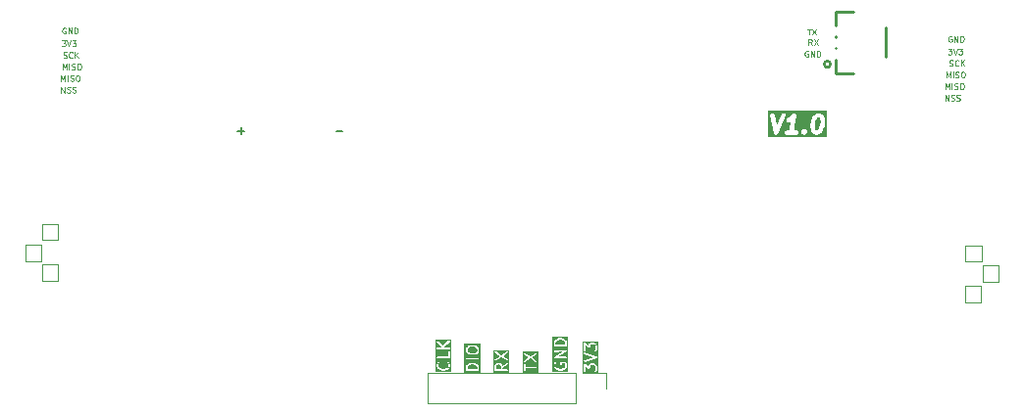
<source format=gbr>
%TF.GenerationSoftware,KiCad,Pcbnew,8.0.2*%
%TF.CreationDate,2024-05-01T20:18:58+08:00*%
%TF.ProjectId,bldcDriver,626c6463-4472-4697-9665-722e6b696361,rev?*%
%TF.SameCoordinates,Original*%
%TF.FileFunction,Legend,Top*%
%TF.FilePolarity,Positive*%
%FSLAX46Y46*%
G04 Gerber Fmt 4.6, Leading zero omitted, Abs format (unit mm)*
G04 Created by KiCad (PCBNEW 8.0.2) date 2024-05-01 20:18:58*
%MOMM*%
%LPD*%
G01*
G04 APERTURE LIST*
%ADD10C,0.100000*%
%ADD11C,0.375000*%
%ADD12C,0.150000*%
%ADD13C,0.187500*%
%ADD14C,0.120000*%
%ADD15C,0.254000*%
G04 APERTURE END LIST*
D10*
X38337217Y-40533609D02*
X38646741Y-40533609D01*
X38646741Y-40533609D02*
X38480074Y-40724085D01*
X38480074Y-40724085D02*
X38551503Y-40724085D01*
X38551503Y-40724085D02*
X38599122Y-40747895D01*
X38599122Y-40747895D02*
X38622931Y-40771704D01*
X38622931Y-40771704D02*
X38646741Y-40819323D01*
X38646741Y-40819323D02*
X38646741Y-40938371D01*
X38646741Y-40938371D02*
X38622931Y-40985990D01*
X38622931Y-40985990D02*
X38599122Y-41009800D01*
X38599122Y-41009800D02*
X38551503Y-41033609D01*
X38551503Y-41033609D02*
X38408646Y-41033609D01*
X38408646Y-41033609D02*
X38361027Y-41009800D01*
X38361027Y-41009800D02*
X38337217Y-40985990D01*
X38789598Y-40533609D02*
X38956264Y-41033609D01*
X38956264Y-41033609D02*
X39122931Y-40533609D01*
X39241978Y-40533609D02*
X39551502Y-40533609D01*
X39551502Y-40533609D02*
X39384835Y-40724085D01*
X39384835Y-40724085D02*
X39456264Y-40724085D01*
X39456264Y-40724085D02*
X39503883Y-40747895D01*
X39503883Y-40747895D02*
X39527692Y-40771704D01*
X39527692Y-40771704D02*
X39551502Y-40819323D01*
X39551502Y-40819323D02*
X39551502Y-40938371D01*
X39551502Y-40938371D02*
X39527692Y-40985990D01*
X39527692Y-40985990D02*
X39503883Y-41009800D01*
X39503883Y-41009800D02*
X39456264Y-41033609D01*
X39456264Y-41033609D02*
X39313407Y-41033609D01*
X39313407Y-41033609D02*
X39265788Y-41009800D01*
X39265788Y-41009800D02*
X39241978Y-40985990D01*
X38461027Y-42009800D02*
X38532455Y-42033609D01*
X38532455Y-42033609D02*
X38651503Y-42033609D01*
X38651503Y-42033609D02*
X38699122Y-42009800D01*
X38699122Y-42009800D02*
X38722931Y-41985990D01*
X38722931Y-41985990D02*
X38746741Y-41938371D01*
X38746741Y-41938371D02*
X38746741Y-41890752D01*
X38746741Y-41890752D02*
X38722931Y-41843133D01*
X38722931Y-41843133D02*
X38699122Y-41819323D01*
X38699122Y-41819323D02*
X38651503Y-41795514D01*
X38651503Y-41795514D02*
X38556265Y-41771704D01*
X38556265Y-41771704D02*
X38508646Y-41747895D01*
X38508646Y-41747895D02*
X38484836Y-41724085D01*
X38484836Y-41724085D02*
X38461027Y-41676466D01*
X38461027Y-41676466D02*
X38461027Y-41628847D01*
X38461027Y-41628847D02*
X38484836Y-41581228D01*
X38484836Y-41581228D02*
X38508646Y-41557419D01*
X38508646Y-41557419D02*
X38556265Y-41533609D01*
X38556265Y-41533609D02*
X38675312Y-41533609D01*
X38675312Y-41533609D02*
X38746741Y-41557419D01*
X39246740Y-41985990D02*
X39222931Y-42009800D01*
X39222931Y-42009800D02*
X39151502Y-42033609D01*
X39151502Y-42033609D02*
X39103883Y-42033609D01*
X39103883Y-42033609D02*
X39032455Y-42009800D01*
X39032455Y-42009800D02*
X38984836Y-41962180D01*
X38984836Y-41962180D02*
X38961026Y-41914561D01*
X38961026Y-41914561D02*
X38937217Y-41819323D01*
X38937217Y-41819323D02*
X38937217Y-41747895D01*
X38937217Y-41747895D02*
X38961026Y-41652657D01*
X38961026Y-41652657D02*
X38984836Y-41605038D01*
X38984836Y-41605038D02*
X39032455Y-41557419D01*
X39032455Y-41557419D02*
X39103883Y-41533609D01*
X39103883Y-41533609D02*
X39151502Y-41533609D01*
X39151502Y-41533609D02*
X39222931Y-41557419D01*
X39222931Y-41557419D02*
X39246740Y-41581228D01*
X39461026Y-42033609D02*
X39461026Y-41533609D01*
X39746740Y-42033609D02*
X39532455Y-41747895D01*
X39746740Y-41533609D02*
X39461026Y-41819323D01*
X38284836Y-45033609D02*
X38284836Y-44533609D01*
X38284836Y-44533609D02*
X38570550Y-45033609D01*
X38570550Y-45033609D02*
X38570550Y-44533609D01*
X38784837Y-45009800D02*
X38856265Y-45033609D01*
X38856265Y-45033609D02*
X38975313Y-45033609D01*
X38975313Y-45033609D02*
X39022932Y-45009800D01*
X39022932Y-45009800D02*
X39046741Y-44985990D01*
X39046741Y-44985990D02*
X39070551Y-44938371D01*
X39070551Y-44938371D02*
X39070551Y-44890752D01*
X39070551Y-44890752D02*
X39046741Y-44843133D01*
X39046741Y-44843133D02*
X39022932Y-44819323D01*
X39022932Y-44819323D02*
X38975313Y-44795514D01*
X38975313Y-44795514D02*
X38880075Y-44771704D01*
X38880075Y-44771704D02*
X38832456Y-44747895D01*
X38832456Y-44747895D02*
X38808646Y-44724085D01*
X38808646Y-44724085D02*
X38784837Y-44676466D01*
X38784837Y-44676466D02*
X38784837Y-44628847D01*
X38784837Y-44628847D02*
X38808646Y-44581228D01*
X38808646Y-44581228D02*
X38832456Y-44557419D01*
X38832456Y-44557419D02*
X38880075Y-44533609D01*
X38880075Y-44533609D02*
X38999122Y-44533609D01*
X38999122Y-44533609D02*
X39070551Y-44557419D01*
X39261027Y-45009800D02*
X39332455Y-45033609D01*
X39332455Y-45033609D02*
X39451503Y-45033609D01*
X39451503Y-45033609D02*
X39499122Y-45009800D01*
X39499122Y-45009800D02*
X39522931Y-44985990D01*
X39522931Y-44985990D02*
X39546741Y-44938371D01*
X39546741Y-44938371D02*
X39546741Y-44890752D01*
X39546741Y-44890752D02*
X39522931Y-44843133D01*
X39522931Y-44843133D02*
X39499122Y-44819323D01*
X39499122Y-44819323D02*
X39451503Y-44795514D01*
X39451503Y-44795514D02*
X39356265Y-44771704D01*
X39356265Y-44771704D02*
X39308646Y-44747895D01*
X39308646Y-44747895D02*
X39284836Y-44724085D01*
X39284836Y-44724085D02*
X39261027Y-44676466D01*
X39261027Y-44676466D02*
X39261027Y-44628847D01*
X39261027Y-44628847D02*
X39284836Y-44581228D01*
X39284836Y-44581228D02*
X39308646Y-44557419D01*
X39308646Y-44557419D02*
X39356265Y-44533609D01*
X39356265Y-44533609D02*
X39475312Y-44533609D01*
X39475312Y-44533609D02*
X39546741Y-44557419D01*
X38284836Y-44033609D02*
X38284836Y-43533609D01*
X38284836Y-43533609D02*
X38451503Y-43890752D01*
X38451503Y-43890752D02*
X38618169Y-43533609D01*
X38618169Y-43533609D02*
X38618169Y-44033609D01*
X38856265Y-44033609D02*
X38856265Y-43533609D01*
X39070551Y-44009800D02*
X39141979Y-44033609D01*
X39141979Y-44033609D02*
X39261027Y-44033609D01*
X39261027Y-44033609D02*
X39308646Y-44009800D01*
X39308646Y-44009800D02*
X39332455Y-43985990D01*
X39332455Y-43985990D02*
X39356265Y-43938371D01*
X39356265Y-43938371D02*
X39356265Y-43890752D01*
X39356265Y-43890752D02*
X39332455Y-43843133D01*
X39332455Y-43843133D02*
X39308646Y-43819323D01*
X39308646Y-43819323D02*
X39261027Y-43795514D01*
X39261027Y-43795514D02*
X39165789Y-43771704D01*
X39165789Y-43771704D02*
X39118170Y-43747895D01*
X39118170Y-43747895D02*
X39094360Y-43724085D01*
X39094360Y-43724085D02*
X39070551Y-43676466D01*
X39070551Y-43676466D02*
X39070551Y-43628847D01*
X39070551Y-43628847D02*
X39094360Y-43581228D01*
X39094360Y-43581228D02*
X39118170Y-43557419D01*
X39118170Y-43557419D02*
X39165789Y-43533609D01*
X39165789Y-43533609D02*
X39284836Y-43533609D01*
X39284836Y-43533609D02*
X39356265Y-43557419D01*
X39665788Y-43533609D02*
X39761026Y-43533609D01*
X39761026Y-43533609D02*
X39808645Y-43557419D01*
X39808645Y-43557419D02*
X39856264Y-43605038D01*
X39856264Y-43605038D02*
X39880074Y-43700276D01*
X39880074Y-43700276D02*
X39880074Y-43866942D01*
X39880074Y-43866942D02*
X39856264Y-43962180D01*
X39856264Y-43962180D02*
X39808645Y-44009800D01*
X39808645Y-44009800D02*
X39761026Y-44033609D01*
X39761026Y-44033609D02*
X39665788Y-44033609D01*
X39665788Y-44033609D02*
X39618169Y-44009800D01*
X39618169Y-44009800D02*
X39570550Y-43962180D01*
X39570550Y-43962180D02*
X39546741Y-43866942D01*
X39546741Y-43866942D02*
X39546741Y-43700276D01*
X39546741Y-43700276D02*
X39570550Y-43605038D01*
X39570550Y-43605038D02*
X39618169Y-43557419D01*
X39618169Y-43557419D02*
X39665788Y-43533609D01*
X38384836Y-43033609D02*
X38384836Y-42533609D01*
X38384836Y-42533609D02*
X38551503Y-42890752D01*
X38551503Y-42890752D02*
X38718169Y-42533609D01*
X38718169Y-42533609D02*
X38718169Y-43033609D01*
X38956265Y-43033609D02*
X38956265Y-42533609D01*
X39170551Y-43009800D02*
X39241979Y-43033609D01*
X39241979Y-43033609D02*
X39361027Y-43033609D01*
X39361027Y-43033609D02*
X39408646Y-43009800D01*
X39408646Y-43009800D02*
X39432455Y-42985990D01*
X39432455Y-42985990D02*
X39456265Y-42938371D01*
X39456265Y-42938371D02*
X39456265Y-42890752D01*
X39456265Y-42890752D02*
X39432455Y-42843133D01*
X39432455Y-42843133D02*
X39408646Y-42819323D01*
X39408646Y-42819323D02*
X39361027Y-42795514D01*
X39361027Y-42795514D02*
X39265789Y-42771704D01*
X39265789Y-42771704D02*
X39218170Y-42747895D01*
X39218170Y-42747895D02*
X39194360Y-42724085D01*
X39194360Y-42724085D02*
X39170551Y-42676466D01*
X39170551Y-42676466D02*
X39170551Y-42628847D01*
X39170551Y-42628847D02*
X39194360Y-42581228D01*
X39194360Y-42581228D02*
X39218170Y-42557419D01*
X39218170Y-42557419D02*
X39265789Y-42533609D01*
X39265789Y-42533609D02*
X39384836Y-42533609D01*
X39384836Y-42533609D02*
X39456265Y-42557419D01*
X39765788Y-42533609D02*
X39861026Y-42533609D01*
X39861026Y-42533609D02*
X39908645Y-42557419D01*
X39908645Y-42557419D02*
X39956264Y-42605038D01*
X39956264Y-42605038D02*
X39980074Y-42700276D01*
X39980074Y-42700276D02*
X39980074Y-42866942D01*
X39980074Y-42866942D02*
X39956264Y-42962180D01*
X39956264Y-42962180D02*
X39908645Y-43009800D01*
X39908645Y-43009800D02*
X39861026Y-43033609D01*
X39861026Y-43033609D02*
X39765788Y-43033609D01*
X39765788Y-43033609D02*
X39718169Y-43009800D01*
X39718169Y-43009800D02*
X39670550Y-42962180D01*
X39670550Y-42962180D02*
X39646741Y-42866942D01*
X39646741Y-42866942D02*
X39646741Y-42700276D01*
X39646741Y-42700276D02*
X39670550Y-42605038D01*
X39670550Y-42605038D02*
X39718169Y-42557419D01*
X39718169Y-42557419D02*
X39765788Y-42533609D01*
X38646741Y-39457419D02*
X38599122Y-39433609D01*
X38599122Y-39433609D02*
X38527693Y-39433609D01*
X38527693Y-39433609D02*
X38456265Y-39457419D01*
X38456265Y-39457419D02*
X38408646Y-39505038D01*
X38408646Y-39505038D02*
X38384836Y-39552657D01*
X38384836Y-39552657D02*
X38361027Y-39647895D01*
X38361027Y-39647895D02*
X38361027Y-39719323D01*
X38361027Y-39719323D02*
X38384836Y-39814561D01*
X38384836Y-39814561D02*
X38408646Y-39862180D01*
X38408646Y-39862180D02*
X38456265Y-39909800D01*
X38456265Y-39909800D02*
X38527693Y-39933609D01*
X38527693Y-39933609D02*
X38575312Y-39933609D01*
X38575312Y-39933609D02*
X38646741Y-39909800D01*
X38646741Y-39909800D02*
X38670550Y-39885990D01*
X38670550Y-39885990D02*
X38670550Y-39719323D01*
X38670550Y-39719323D02*
X38575312Y-39719323D01*
X38884836Y-39933609D02*
X38884836Y-39433609D01*
X38884836Y-39433609D02*
X39170550Y-39933609D01*
X39170550Y-39933609D02*
X39170550Y-39433609D01*
X39408646Y-39933609D02*
X39408646Y-39433609D01*
X39408646Y-39433609D02*
X39527694Y-39433609D01*
X39527694Y-39433609D02*
X39599122Y-39457419D01*
X39599122Y-39457419D02*
X39646741Y-39505038D01*
X39646741Y-39505038D02*
X39670551Y-39552657D01*
X39670551Y-39552657D02*
X39694360Y-39647895D01*
X39694360Y-39647895D02*
X39694360Y-39719323D01*
X39694360Y-39719323D02*
X39670551Y-39814561D01*
X39670551Y-39814561D02*
X39646741Y-39862180D01*
X39646741Y-39862180D02*
X39599122Y-39909800D01*
X39599122Y-39909800D02*
X39527694Y-39933609D01*
X39527694Y-39933609D02*
X39408646Y-39933609D01*
X114584836Y-45733609D02*
X114584836Y-45233609D01*
X114584836Y-45233609D02*
X114870550Y-45733609D01*
X114870550Y-45733609D02*
X114870550Y-45233609D01*
X115084837Y-45709800D02*
X115156265Y-45733609D01*
X115156265Y-45733609D02*
X115275313Y-45733609D01*
X115275313Y-45733609D02*
X115322932Y-45709800D01*
X115322932Y-45709800D02*
X115346741Y-45685990D01*
X115346741Y-45685990D02*
X115370551Y-45638371D01*
X115370551Y-45638371D02*
X115370551Y-45590752D01*
X115370551Y-45590752D02*
X115346741Y-45543133D01*
X115346741Y-45543133D02*
X115322932Y-45519323D01*
X115322932Y-45519323D02*
X115275313Y-45495514D01*
X115275313Y-45495514D02*
X115180075Y-45471704D01*
X115180075Y-45471704D02*
X115132456Y-45447895D01*
X115132456Y-45447895D02*
X115108646Y-45424085D01*
X115108646Y-45424085D02*
X115084837Y-45376466D01*
X115084837Y-45376466D02*
X115084837Y-45328847D01*
X115084837Y-45328847D02*
X115108646Y-45281228D01*
X115108646Y-45281228D02*
X115132456Y-45257419D01*
X115132456Y-45257419D02*
X115180075Y-45233609D01*
X115180075Y-45233609D02*
X115299122Y-45233609D01*
X115299122Y-45233609D02*
X115370551Y-45257419D01*
X115561027Y-45709800D02*
X115632455Y-45733609D01*
X115632455Y-45733609D02*
X115751503Y-45733609D01*
X115751503Y-45733609D02*
X115799122Y-45709800D01*
X115799122Y-45709800D02*
X115822931Y-45685990D01*
X115822931Y-45685990D02*
X115846741Y-45638371D01*
X115846741Y-45638371D02*
X115846741Y-45590752D01*
X115846741Y-45590752D02*
X115822931Y-45543133D01*
X115822931Y-45543133D02*
X115799122Y-45519323D01*
X115799122Y-45519323D02*
X115751503Y-45495514D01*
X115751503Y-45495514D02*
X115656265Y-45471704D01*
X115656265Y-45471704D02*
X115608646Y-45447895D01*
X115608646Y-45447895D02*
X115584836Y-45424085D01*
X115584836Y-45424085D02*
X115561027Y-45376466D01*
X115561027Y-45376466D02*
X115561027Y-45328847D01*
X115561027Y-45328847D02*
X115584836Y-45281228D01*
X115584836Y-45281228D02*
X115608646Y-45257419D01*
X115608646Y-45257419D02*
X115656265Y-45233609D01*
X115656265Y-45233609D02*
X115775312Y-45233609D01*
X115775312Y-45233609D02*
X115846741Y-45257419D01*
X114584836Y-44733609D02*
X114584836Y-44233609D01*
X114584836Y-44233609D02*
X114751503Y-44590752D01*
X114751503Y-44590752D02*
X114918169Y-44233609D01*
X114918169Y-44233609D02*
X114918169Y-44733609D01*
X115156265Y-44733609D02*
X115156265Y-44233609D01*
X115370551Y-44709800D02*
X115441979Y-44733609D01*
X115441979Y-44733609D02*
X115561027Y-44733609D01*
X115561027Y-44733609D02*
X115608646Y-44709800D01*
X115608646Y-44709800D02*
X115632455Y-44685990D01*
X115632455Y-44685990D02*
X115656265Y-44638371D01*
X115656265Y-44638371D02*
X115656265Y-44590752D01*
X115656265Y-44590752D02*
X115632455Y-44543133D01*
X115632455Y-44543133D02*
X115608646Y-44519323D01*
X115608646Y-44519323D02*
X115561027Y-44495514D01*
X115561027Y-44495514D02*
X115465789Y-44471704D01*
X115465789Y-44471704D02*
X115418170Y-44447895D01*
X115418170Y-44447895D02*
X115394360Y-44424085D01*
X115394360Y-44424085D02*
X115370551Y-44376466D01*
X115370551Y-44376466D02*
X115370551Y-44328847D01*
X115370551Y-44328847D02*
X115394360Y-44281228D01*
X115394360Y-44281228D02*
X115418170Y-44257419D01*
X115418170Y-44257419D02*
X115465789Y-44233609D01*
X115465789Y-44233609D02*
X115584836Y-44233609D01*
X115584836Y-44233609D02*
X115656265Y-44257419D01*
X115965788Y-44233609D02*
X116061026Y-44233609D01*
X116061026Y-44233609D02*
X116108645Y-44257419D01*
X116108645Y-44257419D02*
X116156264Y-44305038D01*
X116156264Y-44305038D02*
X116180074Y-44400276D01*
X116180074Y-44400276D02*
X116180074Y-44566942D01*
X116180074Y-44566942D02*
X116156264Y-44662180D01*
X116156264Y-44662180D02*
X116108645Y-44709800D01*
X116108645Y-44709800D02*
X116061026Y-44733609D01*
X116061026Y-44733609D02*
X115965788Y-44733609D01*
X115965788Y-44733609D02*
X115918169Y-44709800D01*
X115918169Y-44709800D02*
X115870550Y-44662180D01*
X115870550Y-44662180D02*
X115846741Y-44566942D01*
X115846741Y-44566942D02*
X115846741Y-44400276D01*
X115846741Y-44400276D02*
X115870550Y-44305038D01*
X115870550Y-44305038D02*
X115918169Y-44257419D01*
X115918169Y-44257419D02*
X115965788Y-44233609D01*
X114684836Y-43733609D02*
X114684836Y-43233609D01*
X114684836Y-43233609D02*
X114851503Y-43590752D01*
X114851503Y-43590752D02*
X115018169Y-43233609D01*
X115018169Y-43233609D02*
X115018169Y-43733609D01*
X115256265Y-43733609D02*
X115256265Y-43233609D01*
X115470551Y-43709800D02*
X115541979Y-43733609D01*
X115541979Y-43733609D02*
X115661027Y-43733609D01*
X115661027Y-43733609D02*
X115708646Y-43709800D01*
X115708646Y-43709800D02*
X115732455Y-43685990D01*
X115732455Y-43685990D02*
X115756265Y-43638371D01*
X115756265Y-43638371D02*
X115756265Y-43590752D01*
X115756265Y-43590752D02*
X115732455Y-43543133D01*
X115732455Y-43543133D02*
X115708646Y-43519323D01*
X115708646Y-43519323D02*
X115661027Y-43495514D01*
X115661027Y-43495514D02*
X115565789Y-43471704D01*
X115565789Y-43471704D02*
X115518170Y-43447895D01*
X115518170Y-43447895D02*
X115494360Y-43424085D01*
X115494360Y-43424085D02*
X115470551Y-43376466D01*
X115470551Y-43376466D02*
X115470551Y-43328847D01*
X115470551Y-43328847D02*
X115494360Y-43281228D01*
X115494360Y-43281228D02*
X115518170Y-43257419D01*
X115518170Y-43257419D02*
X115565789Y-43233609D01*
X115565789Y-43233609D02*
X115684836Y-43233609D01*
X115684836Y-43233609D02*
X115756265Y-43257419D01*
X116065788Y-43233609D02*
X116161026Y-43233609D01*
X116161026Y-43233609D02*
X116208645Y-43257419D01*
X116208645Y-43257419D02*
X116256264Y-43305038D01*
X116256264Y-43305038D02*
X116280074Y-43400276D01*
X116280074Y-43400276D02*
X116280074Y-43566942D01*
X116280074Y-43566942D02*
X116256264Y-43662180D01*
X116256264Y-43662180D02*
X116208645Y-43709800D01*
X116208645Y-43709800D02*
X116161026Y-43733609D01*
X116161026Y-43733609D02*
X116065788Y-43733609D01*
X116065788Y-43733609D02*
X116018169Y-43709800D01*
X116018169Y-43709800D02*
X115970550Y-43662180D01*
X115970550Y-43662180D02*
X115946741Y-43566942D01*
X115946741Y-43566942D02*
X115946741Y-43400276D01*
X115946741Y-43400276D02*
X115970550Y-43305038D01*
X115970550Y-43305038D02*
X116018169Y-43257419D01*
X116018169Y-43257419D02*
X116065788Y-43233609D01*
X114961027Y-42709800D02*
X115032455Y-42733609D01*
X115032455Y-42733609D02*
X115151503Y-42733609D01*
X115151503Y-42733609D02*
X115199122Y-42709800D01*
X115199122Y-42709800D02*
X115222931Y-42685990D01*
X115222931Y-42685990D02*
X115246741Y-42638371D01*
X115246741Y-42638371D02*
X115246741Y-42590752D01*
X115246741Y-42590752D02*
X115222931Y-42543133D01*
X115222931Y-42543133D02*
X115199122Y-42519323D01*
X115199122Y-42519323D02*
X115151503Y-42495514D01*
X115151503Y-42495514D02*
X115056265Y-42471704D01*
X115056265Y-42471704D02*
X115008646Y-42447895D01*
X115008646Y-42447895D02*
X114984836Y-42424085D01*
X114984836Y-42424085D02*
X114961027Y-42376466D01*
X114961027Y-42376466D02*
X114961027Y-42328847D01*
X114961027Y-42328847D02*
X114984836Y-42281228D01*
X114984836Y-42281228D02*
X115008646Y-42257419D01*
X115008646Y-42257419D02*
X115056265Y-42233609D01*
X115056265Y-42233609D02*
X115175312Y-42233609D01*
X115175312Y-42233609D02*
X115246741Y-42257419D01*
X115746740Y-42685990D02*
X115722931Y-42709800D01*
X115722931Y-42709800D02*
X115651502Y-42733609D01*
X115651502Y-42733609D02*
X115603883Y-42733609D01*
X115603883Y-42733609D02*
X115532455Y-42709800D01*
X115532455Y-42709800D02*
X115484836Y-42662180D01*
X115484836Y-42662180D02*
X115461026Y-42614561D01*
X115461026Y-42614561D02*
X115437217Y-42519323D01*
X115437217Y-42519323D02*
X115437217Y-42447895D01*
X115437217Y-42447895D02*
X115461026Y-42352657D01*
X115461026Y-42352657D02*
X115484836Y-42305038D01*
X115484836Y-42305038D02*
X115532455Y-42257419D01*
X115532455Y-42257419D02*
X115603883Y-42233609D01*
X115603883Y-42233609D02*
X115651502Y-42233609D01*
X115651502Y-42233609D02*
X115722931Y-42257419D01*
X115722931Y-42257419D02*
X115746740Y-42281228D01*
X115961026Y-42733609D02*
X115961026Y-42233609D01*
X116246740Y-42733609D02*
X116032455Y-42447895D01*
X116246740Y-42233609D02*
X115961026Y-42519323D01*
X114837217Y-41233609D02*
X115146741Y-41233609D01*
X115146741Y-41233609D02*
X114980074Y-41424085D01*
X114980074Y-41424085D02*
X115051503Y-41424085D01*
X115051503Y-41424085D02*
X115099122Y-41447895D01*
X115099122Y-41447895D02*
X115122931Y-41471704D01*
X115122931Y-41471704D02*
X115146741Y-41519323D01*
X115146741Y-41519323D02*
X115146741Y-41638371D01*
X115146741Y-41638371D02*
X115122931Y-41685990D01*
X115122931Y-41685990D02*
X115099122Y-41709800D01*
X115099122Y-41709800D02*
X115051503Y-41733609D01*
X115051503Y-41733609D02*
X114908646Y-41733609D01*
X114908646Y-41733609D02*
X114861027Y-41709800D01*
X114861027Y-41709800D02*
X114837217Y-41685990D01*
X115289598Y-41233609D02*
X115456264Y-41733609D01*
X115456264Y-41733609D02*
X115622931Y-41233609D01*
X115741978Y-41233609D02*
X116051502Y-41233609D01*
X116051502Y-41233609D02*
X115884835Y-41424085D01*
X115884835Y-41424085D02*
X115956264Y-41424085D01*
X115956264Y-41424085D02*
X116003883Y-41447895D01*
X116003883Y-41447895D02*
X116027692Y-41471704D01*
X116027692Y-41471704D02*
X116051502Y-41519323D01*
X116051502Y-41519323D02*
X116051502Y-41638371D01*
X116051502Y-41638371D02*
X116027692Y-41685990D01*
X116027692Y-41685990D02*
X116003883Y-41709800D01*
X116003883Y-41709800D02*
X115956264Y-41733609D01*
X115956264Y-41733609D02*
X115813407Y-41733609D01*
X115813407Y-41733609D02*
X115765788Y-41709800D01*
X115765788Y-41709800D02*
X115741978Y-41685990D01*
X115146741Y-40157419D02*
X115099122Y-40133609D01*
X115099122Y-40133609D02*
X115027693Y-40133609D01*
X115027693Y-40133609D02*
X114956265Y-40157419D01*
X114956265Y-40157419D02*
X114908646Y-40205038D01*
X114908646Y-40205038D02*
X114884836Y-40252657D01*
X114884836Y-40252657D02*
X114861027Y-40347895D01*
X114861027Y-40347895D02*
X114861027Y-40419323D01*
X114861027Y-40419323D02*
X114884836Y-40514561D01*
X114884836Y-40514561D02*
X114908646Y-40562180D01*
X114908646Y-40562180D02*
X114956265Y-40609800D01*
X114956265Y-40609800D02*
X115027693Y-40633609D01*
X115027693Y-40633609D02*
X115075312Y-40633609D01*
X115075312Y-40633609D02*
X115146741Y-40609800D01*
X115146741Y-40609800D02*
X115170550Y-40585990D01*
X115170550Y-40585990D02*
X115170550Y-40419323D01*
X115170550Y-40419323D02*
X115075312Y-40419323D01*
X115384836Y-40633609D02*
X115384836Y-40133609D01*
X115384836Y-40133609D02*
X115670550Y-40633609D01*
X115670550Y-40633609D02*
X115670550Y-40133609D01*
X115908646Y-40633609D02*
X115908646Y-40133609D01*
X115908646Y-40133609D02*
X116027694Y-40133609D01*
X116027694Y-40133609D02*
X116099122Y-40157419D01*
X116099122Y-40157419D02*
X116146741Y-40205038D01*
X116146741Y-40205038D02*
X116170551Y-40252657D01*
X116170551Y-40252657D02*
X116194360Y-40347895D01*
X116194360Y-40347895D02*
X116194360Y-40419323D01*
X116194360Y-40419323D02*
X116170551Y-40514561D01*
X116170551Y-40514561D02*
X116146741Y-40562180D01*
X116146741Y-40562180D02*
X116099122Y-40609800D01*
X116099122Y-40609800D02*
X116027694Y-40633609D01*
X116027694Y-40633609D02*
X115908646Y-40633609D01*
X102746741Y-41457419D02*
X102699122Y-41433609D01*
X102699122Y-41433609D02*
X102627693Y-41433609D01*
X102627693Y-41433609D02*
X102556265Y-41457419D01*
X102556265Y-41457419D02*
X102508646Y-41505038D01*
X102508646Y-41505038D02*
X102484836Y-41552657D01*
X102484836Y-41552657D02*
X102461027Y-41647895D01*
X102461027Y-41647895D02*
X102461027Y-41719323D01*
X102461027Y-41719323D02*
X102484836Y-41814561D01*
X102484836Y-41814561D02*
X102508646Y-41862180D01*
X102508646Y-41862180D02*
X102556265Y-41909800D01*
X102556265Y-41909800D02*
X102627693Y-41933609D01*
X102627693Y-41933609D02*
X102675312Y-41933609D01*
X102675312Y-41933609D02*
X102746741Y-41909800D01*
X102746741Y-41909800D02*
X102770550Y-41885990D01*
X102770550Y-41885990D02*
X102770550Y-41719323D01*
X102770550Y-41719323D02*
X102675312Y-41719323D01*
X102984836Y-41933609D02*
X102984836Y-41433609D01*
X102984836Y-41433609D02*
X103270550Y-41933609D01*
X103270550Y-41933609D02*
X103270550Y-41433609D01*
X103508646Y-41933609D02*
X103508646Y-41433609D01*
X103508646Y-41433609D02*
X103627694Y-41433609D01*
X103627694Y-41433609D02*
X103699122Y-41457419D01*
X103699122Y-41457419D02*
X103746741Y-41505038D01*
X103746741Y-41505038D02*
X103770551Y-41552657D01*
X103770551Y-41552657D02*
X103794360Y-41647895D01*
X103794360Y-41647895D02*
X103794360Y-41719323D01*
X103794360Y-41719323D02*
X103770551Y-41814561D01*
X103770551Y-41814561D02*
X103746741Y-41862180D01*
X103746741Y-41862180D02*
X103699122Y-41909800D01*
X103699122Y-41909800D02*
X103627694Y-41933609D01*
X103627694Y-41933609D02*
X103508646Y-41933609D01*
X103070550Y-40933609D02*
X102903884Y-40695514D01*
X102784836Y-40933609D02*
X102784836Y-40433609D01*
X102784836Y-40433609D02*
X102975312Y-40433609D01*
X102975312Y-40433609D02*
X103022931Y-40457419D01*
X103022931Y-40457419D02*
X103046741Y-40481228D01*
X103046741Y-40481228D02*
X103070550Y-40528847D01*
X103070550Y-40528847D02*
X103070550Y-40600276D01*
X103070550Y-40600276D02*
X103046741Y-40647895D01*
X103046741Y-40647895D02*
X103022931Y-40671704D01*
X103022931Y-40671704D02*
X102975312Y-40695514D01*
X102975312Y-40695514D02*
X102784836Y-40695514D01*
X103237217Y-40433609D02*
X103570550Y-40933609D01*
X103570550Y-40433609D02*
X103237217Y-40933609D01*
X102713408Y-39533609D02*
X102999122Y-39533609D01*
X102856265Y-40033609D02*
X102856265Y-39533609D01*
X103118169Y-39533609D02*
X103451502Y-40033609D01*
X103451502Y-39533609D02*
X103118169Y-40033609D01*
D11*
G36*
X103752998Y-47214119D02*
G01*
X103771934Y-47234600D01*
X103805230Y-47318495D01*
X103837798Y-47557452D01*
X103801746Y-47868836D01*
X103712058Y-48115896D01*
X103644846Y-48227760D01*
X103604538Y-48265434D01*
X103513606Y-48310200D01*
X103457824Y-48311320D01*
X103395777Y-48279737D01*
X103376841Y-48259256D01*
X103343544Y-48175360D01*
X103310977Y-47936406D01*
X103347030Y-47625019D01*
X103436716Y-47377961D01*
X103503927Y-47266098D01*
X103544238Y-47228420D01*
X103635167Y-47183655D01*
X103690949Y-47182535D01*
X103752998Y-47214119D01*
G37*
G36*
X104399795Y-48871928D02*
G01*
X99293146Y-48871928D01*
X99293146Y-46998624D01*
X99480646Y-46998624D01*
X99484579Y-47035169D01*
X99796015Y-48513056D01*
X99795511Y-48526667D01*
X99803307Y-48547655D01*
X99808067Y-48570244D01*
X99816047Y-48581957D01*
X99820985Y-48595250D01*
X99836457Y-48611913D01*
X99849260Y-48630704D01*
X99861119Y-48638473D01*
X99870764Y-48648861D01*
X99891433Y-48658334D01*
X99910455Y-48670797D01*
X99924382Y-48673436D01*
X99937269Y-48679343D01*
X99959994Y-48680186D01*
X99982334Y-48684420D01*
X99996208Y-48681529D01*
X100010377Y-48682055D01*
X100031696Y-48674136D01*
X100053955Y-48669499D01*
X100065669Y-48661517D01*
X100078960Y-48656581D01*
X100095623Y-48641108D01*
X100114414Y-48628306D01*
X100122183Y-48616446D01*
X100132571Y-48606802D01*
X100151088Y-48575051D01*
X100203364Y-48460349D01*
X100725312Y-48460349D01*
X100725312Y-48533507D01*
X100753308Y-48601097D01*
X100805040Y-48652829D01*
X100872630Y-48680825D01*
X100909209Y-48684428D01*
X101341222Y-48682686D01*
X101351268Y-48683942D01*
X101356051Y-48682626D01*
X101802931Y-48680825D01*
X101870521Y-48652829D01*
X101922253Y-48601097D01*
X101950249Y-48533507D01*
X101950249Y-48460349D01*
X101945866Y-48449767D01*
X102160786Y-48449767D01*
X102161024Y-48450473D01*
X102160981Y-48451219D01*
X102172744Y-48485125D01*
X102184225Y-48519069D01*
X102184800Y-48519874D01*
X102184961Y-48520336D01*
X102185828Y-48521311D01*
X102205601Y-48548970D01*
X102275584Y-48624662D01*
X102286507Y-48638705D01*
X102290853Y-48641176D01*
X102294901Y-48645554D01*
X102295567Y-48645883D01*
X102296064Y-48646442D01*
X102323549Y-48659768D01*
X102350103Y-48674868D01*
X102355552Y-48675549D01*
X102360478Y-48677985D01*
X102361221Y-48678034D01*
X102361893Y-48678360D01*
X102392391Y-48680153D01*
X102422696Y-48683942D01*
X102427993Y-48682485D01*
X102433476Y-48682851D01*
X102434182Y-48682612D01*
X102434927Y-48682656D01*
X102463779Y-48672645D01*
X102493237Y-48664546D01*
X102497575Y-48661171D01*
X102502778Y-48659412D01*
X102503339Y-48658920D01*
X102504044Y-48658676D01*
X102533777Y-48637068D01*
X102632608Y-48544693D01*
X102638191Y-48539809D01*
X102638497Y-48539189D01*
X102639080Y-48538645D01*
X102654765Y-48506294D01*
X102670622Y-48474232D01*
X102670671Y-48473489D01*
X102670998Y-48472816D01*
X102673107Y-48436949D01*
X102675489Y-48401234D01*
X102675250Y-48400527D01*
X102675294Y-48399782D01*
X102663511Y-48365819D01*
X102652050Y-48331932D01*
X102651476Y-48331129D01*
X102651315Y-48330665D01*
X102650442Y-48329683D01*
X102630674Y-48302031D01*
X102560687Y-48226333D01*
X102549768Y-48212294D01*
X102545423Y-48209823D01*
X102541376Y-48205446D01*
X102540705Y-48205114D01*
X102540210Y-48204557D01*
X102512731Y-48191233D01*
X102486172Y-48176131D01*
X102480723Y-48175449D01*
X102475798Y-48173014D01*
X102475051Y-48172964D01*
X102474381Y-48172639D01*
X102443884Y-48170845D01*
X102413579Y-48167057D01*
X102408282Y-48168513D01*
X102402800Y-48168148D01*
X102402093Y-48168386D01*
X102401347Y-48168343D01*
X102372496Y-48178353D01*
X102343038Y-48186453D01*
X102338698Y-48189828D01*
X102333498Y-48191587D01*
X102332935Y-48192079D01*
X102332230Y-48192324D01*
X102302497Y-48213933D01*
X102203697Y-48306278D01*
X102198083Y-48311191D01*
X102197774Y-48311813D01*
X102197195Y-48312356D01*
X102181571Y-48344577D01*
X102165652Y-48376769D01*
X102165602Y-48377514D01*
X102165277Y-48378185D01*
X102163170Y-48413988D01*
X102160786Y-48449767D01*
X101945866Y-48449767D01*
X101922253Y-48392759D01*
X101870521Y-48341027D01*
X101802931Y-48313031D01*
X101766352Y-48309428D01*
X101549572Y-48310301D01*
X101598417Y-47912013D01*
X102936481Y-47912013D01*
X102937056Y-47934012D01*
X102936481Y-47938987D01*
X102937261Y-47941825D01*
X102937443Y-47948756D01*
X102974808Y-48222918D01*
X102974177Y-48241535D01*
X102980658Y-48265838D01*
X102981269Y-48270320D01*
X102982369Y-48272254D01*
X102983648Y-48277050D01*
X103044216Y-48429659D01*
X103050297Y-48447639D01*
X103052668Y-48450955D01*
X103053437Y-48452893D01*
X103056059Y-48455700D01*
X103071673Y-48477540D01*
X103146833Y-48558833D01*
X103156466Y-48570549D01*
X103159592Y-48572633D01*
X103160971Y-48574125D01*
X103164290Y-48575766D01*
X103187046Y-48590941D01*
X103301318Y-48649107D01*
X103305040Y-48652829D01*
X103324313Y-48660812D01*
X103354945Y-48676404D01*
X103364116Y-48677298D01*
X103372630Y-48680825D01*
X103409209Y-48684428D01*
X103523598Y-48682131D01*
X103524193Y-48682345D01*
X103532525Y-48681951D01*
X103588645Y-48680825D01*
X103592789Y-48679108D01*
X103597271Y-48678897D01*
X103631902Y-48666582D01*
X103779593Y-48593872D01*
X103798688Y-48587248D01*
X103810525Y-48578644D01*
X103815252Y-48576318D01*
X103818229Y-48573046D01*
X103828421Y-48565639D01*
X103906187Y-48492952D01*
X103920766Y-48482555D01*
X103929677Y-48470996D01*
X103933723Y-48467215D01*
X103935638Y-48463263D01*
X103943208Y-48453446D01*
X104023132Y-48320423D01*
X104032839Y-48310035D01*
X104048443Y-48278296D01*
X104048826Y-48277661D01*
X104048861Y-48277446D01*
X104049057Y-48277050D01*
X104149292Y-48000935D01*
X104158578Y-47984606D01*
X104164134Y-47960048D01*
X104165670Y-47955820D01*
X104165594Y-47953597D01*
X104166690Y-47948757D01*
X104206900Y-47601463D01*
X104212295Y-47581844D01*
X104211719Y-47559845D01*
X104212295Y-47554871D01*
X104211514Y-47552032D01*
X104211333Y-47545101D01*
X104173966Y-47270935D01*
X104174598Y-47252322D01*
X104168116Y-47228015D01*
X104167506Y-47223535D01*
X104166406Y-47221601D01*
X104165128Y-47216807D01*
X104104561Y-47064199D01*
X104098479Y-47046216D01*
X104096107Y-47042898D01*
X104095340Y-47040965D01*
X104092721Y-47038162D01*
X104077103Y-47016315D01*
X104001934Y-46935014D01*
X103992310Y-46923309D01*
X103989185Y-46921225D01*
X103987804Y-46919731D01*
X103984478Y-46918086D01*
X103961730Y-46902916D01*
X103847457Y-46844749D01*
X103843735Y-46841027D01*
X103824460Y-46833043D01*
X103793830Y-46817452D01*
X103784658Y-46816557D01*
X103776145Y-46813031D01*
X103739566Y-46809428D01*
X103625175Y-46811724D01*
X103624581Y-46811511D01*
X103616247Y-46811904D01*
X103560130Y-46813031D01*
X103555985Y-46814747D01*
X103551503Y-46814959D01*
X103516872Y-46827275D01*
X103369180Y-46899984D01*
X103350089Y-46906608D01*
X103338250Y-46915211D01*
X103333523Y-46917539D01*
X103330546Y-46920810D01*
X103320355Y-46928217D01*
X103242584Y-47000906D01*
X103228008Y-47011302D01*
X103219099Y-47022856D01*
X103215052Y-47026640D01*
X103213135Y-47030592D01*
X103205566Y-47040411D01*
X103125643Y-47173432D01*
X103115937Y-47183821D01*
X103100329Y-47215564D01*
X103099950Y-47216196D01*
X103099914Y-47216408D01*
X103099719Y-47216806D01*
X102999483Y-47492921D01*
X102990198Y-47509251D01*
X102984641Y-47533807D01*
X102983106Y-47538037D01*
X102983181Y-47540259D01*
X102982086Y-47545101D01*
X102941875Y-47892392D01*
X102936481Y-47912013D01*
X101598417Y-47912013D01*
X101706222Y-47032955D01*
X101712173Y-47012023D01*
X101710526Y-46997863D01*
X101712295Y-46983441D01*
X101706323Y-46961724D01*
X101703722Y-46939352D01*
X101696715Y-46926780D01*
X101692899Y-46912901D01*
X101679070Y-46895121D01*
X101668106Y-46875449D01*
X101656820Y-46866515D01*
X101647983Y-46855152D01*
X101628403Y-46844018D01*
X101610747Y-46830040D01*
X101596900Y-46826104D01*
X101584387Y-46818988D01*
X101562042Y-46816194D01*
X101540376Y-46810036D01*
X101526074Y-46811698D01*
X101511794Y-46809914D01*
X101490083Y-46815883D01*
X101467705Y-46818486D01*
X101455127Y-46825495D01*
X101441254Y-46829311D01*
X101423478Y-46843135D01*
X101403802Y-46854103D01*
X101386992Y-46871514D01*
X101383504Y-46874227D01*
X101382258Y-46876416D01*
X101378272Y-46880546D01*
X101230858Y-47071268D01*
X101097962Y-47192848D01*
X100931738Y-47274682D01*
X100882502Y-47328793D01*
X100857721Y-47397628D01*
X100861169Y-47470706D01*
X100892320Y-47536900D01*
X100946431Y-47586136D01*
X101015266Y-47610917D01*
X101088344Y-47607469D01*
X101122975Y-47595153D01*
X101270668Y-47522442D01*
X101271985Y-47521985D01*
X101175123Y-48311811D01*
X100872630Y-48313031D01*
X100805040Y-48341027D01*
X100753308Y-48392759D01*
X100725312Y-48460349D01*
X100203364Y-48460349D01*
X100850553Y-47040297D01*
X100853264Y-46967189D01*
X100827791Y-46898607D01*
X100778012Y-46844995D01*
X100711507Y-46814513D01*
X100638398Y-46811802D01*
X100569816Y-46837275D01*
X100516204Y-46887054D01*
X100497688Y-46918806D01*
X100047742Y-47906066D01*
X99840709Y-46923611D01*
X99799516Y-46863152D01*
X99738321Y-46823058D01*
X99666442Y-46809436D01*
X99594821Y-46824357D01*
X99534362Y-46865550D01*
X99494268Y-46926745D01*
X99480646Y-46998624D01*
X99293146Y-46998624D01*
X99293146Y-46621928D01*
X104399795Y-46621928D01*
X104399795Y-48871928D01*
G37*
D12*
G36*
X79455930Y-69290747D02*
G01*
X78083708Y-69290747D01*
X78083708Y-68534649D01*
X78194819Y-68534649D01*
X78196260Y-69120709D01*
X78207459Y-69147745D01*
X78228151Y-69168437D01*
X78255187Y-69179636D01*
X78284451Y-69179636D01*
X78311487Y-69168437D01*
X78332179Y-69147745D01*
X78343378Y-69120709D01*
X78344819Y-69106077D01*
X78344300Y-68895257D01*
X79284451Y-68893922D01*
X79311487Y-68882723D01*
X79332179Y-68862031D01*
X79343378Y-68834995D01*
X79343378Y-68805731D01*
X79332179Y-68778695D01*
X79311487Y-68758003D01*
X79284451Y-68746804D01*
X79269819Y-68745363D01*
X78343935Y-68746677D01*
X78343378Y-68520017D01*
X78332179Y-68492981D01*
X78311487Y-68472289D01*
X78284451Y-68461090D01*
X78255187Y-68461090D01*
X78228151Y-68472289D01*
X78207459Y-68492981D01*
X78196260Y-68520017D01*
X78194819Y-68534649D01*
X78083708Y-68534649D01*
X78083708Y-67629966D01*
X78194819Y-67629966D01*
X78200558Y-67658660D01*
X78216841Y-67682975D01*
X78228217Y-67692291D01*
X78635894Y-67963378D01*
X78216841Y-68243465D01*
X78200558Y-68267780D01*
X78194819Y-68296474D01*
X78200498Y-68325182D01*
X78216731Y-68349531D01*
X78241046Y-68365814D01*
X78269740Y-68371553D01*
X78298448Y-68365874D01*
X78311421Y-68358957D01*
X78769924Y-68052503D01*
X79241190Y-68365874D01*
X79269898Y-68371553D01*
X79298592Y-68365814D01*
X79322907Y-68349531D01*
X79339140Y-68325182D01*
X79344819Y-68296474D01*
X79339080Y-68267780D01*
X79322797Y-68243465D01*
X79311421Y-68234149D01*
X78903743Y-67963061D01*
X79322797Y-67682975D01*
X79339080Y-67658660D01*
X79344819Y-67629966D01*
X79339140Y-67601258D01*
X79322907Y-67576909D01*
X79298592Y-67560626D01*
X79269898Y-67554887D01*
X79241190Y-67560566D01*
X79228216Y-67567483D01*
X78769713Y-67873936D01*
X78298448Y-67560566D01*
X78269740Y-67554887D01*
X78241046Y-67560626D01*
X78216731Y-67576909D01*
X78200498Y-67601258D01*
X78194819Y-67629966D01*
X78083708Y-67629966D01*
X78083708Y-67443776D01*
X79455930Y-67443776D01*
X79455930Y-69290747D01*
G37*
G36*
X76151986Y-68598844D02*
G01*
X76183313Y-68629088D01*
X76218684Y-68697776D01*
X76219144Y-68823927D01*
X76218646Y-68826750D01*
X76219162Y-68829083D01*
X76219745Y-68989001D01*
X75844550Y-68989534D01*
X75843503Y-68702200D01*
X75876871Y-68633433D01*
X75907115Y-68602106D01*
X75975972Y-68566648D01*
X76083604Y-68565663D01*
X76151986Y-68598844D01*
G37*
G36*
X76955930Y-69249331D02*
G01*
X75583708Y-69249331D01*
X75583708Y-68682268D01*
X75694819Y-68682268D01*
X75696260Y-69077852D01*
X75707459Y-69104888D01*
X75728151Y-69125580D01*
X75755187Y-69136779D01*
X75769819Y-69138220D01*
X76784451Y-69136779D01*
X76811487Y-69125580D01*
X76832179Y-69104888D01*
X76843378Y-69077852D01*
X76843378Y-69048588D01*
X76832179Y-69021552D01*
X76811487Y-69000860D01*
X76784451Y-68989661D01*
X76769819Y-68988220D01*
X76368356Y-68988790D01*
X76367904Y-68864567D01*
X76823989Y-68543663D01*
X76839716Y-68518984D01*
X76844802Y-68490167D01*
X76838472Y-68461596D01*
X76821690Y-68437622D01*
X76797012Y-68421895D01*
X76768194Y-68416810D01*
X76739623Y-68423139D01*
X76726810Y-68430349D01*
X76367439Y-68683205D01*
X76367233Y-68680306D01*
X76367187Y-68667636D01*
X76366156Y-68665147D01*
X76365965Y-68662458D01*
X76360710Y-68648727D01*
X76312018Y-68554172D01*
X76308369Y-68545362D01*
X76305986Y-68542459D01*
X76305259Y-68541046D01*
X76303760Y-68539746D01*
X76299042Y-68533997D01*
X76250006Y-68486655D01*
X76244374Y-68480161D01*
X76241228Y-68478181D01*
X76240058Y-68477051D01*
X76238230Y-68476293D01*
X76231931Y-68472329D01*
X76146042Y-68430654D01*
X76144820Y-68429432D01*
X76135954Y-68425759D01*
X76122961Y-68419455D01*
X76120273Y-68419264D01*
X76117784Y-68418233D01*
X76103152Y-68416792D01*
X75971521Y-68417996D01*
X75969675Y-68417381D01*
X75959460Y-68418106D01*
X75945663Y-68418233D01*
X75943174Y-68419263D01*
X75940485Y-68419455D01*
X75926754Y-68424710D01*
X75832199Y-68473401D01*
X75823389Y-68477051D01*
X75820486Y-68479433D01*
X75819073Y-68480161D01*
X75817773Y-68481659D01*
X75812024Y-68486378D01*
X75764682Y-68535413D01*
X75758188Y-68541046D01*
X75756208Y-68544191D01*
X75755078Y-68545362D01*
X75754320Y-68547189D01*
X75750356Y-68553489D01*
X75708681Y-68639377D01*
X75707459Y-68640600D01*
X75703786Y-68649465D01*
X75697482Y-68662459D01*
X75697291Y-68665146D01*
X75696260Y-68667636D01*
X75694819Y-68682268D01*
X75583708Y-68682268D01*
X75583708Y-67491871D01*
X75694819Y-67491871D01*
X75700558Y-67520565D01*
X75716841Y-67544880D01*
X75728217Y-67554196D01*
X76135894Y-67825283D01*
X75716841Y-68105370D01*
X75700558Y-68129685D01*
X75694819Y-68158379D01*
X75700498Y-68187087D01*
X75716731Y-68211436D01*
X75741046Y-68227719D01*
X75769740Y-68233458D01*
X75798448Y-68227779D01*
X75811421Y-68220862D01*
X76269924Y-67914408D01*
X76741190Y-68227779D01*
X76769898Y-68233458D01*
X76798592Y-68227719D01*
X76822907Y-68211436D01*
X76839140Y-68187087D01*
X76844819Y-68158379D01*
X76839080Y-68129685D01*
X76822797Y-68105370D01*
X76811421Y-68096054D01*
X76403743Y-67824966D01*
X76822797Y-67544880D01*
X76839080Y-67520565D01*
X76844819Y-67491871D01*
X76839140Y-67463163D01*
X76822907Y-67438814D01*
X76798592Y-67422531D01*
X76769898Y-67416792D01*
X76741190Y-67422471D01*
X76728216Y-67429388D01*
X76269713Y-67735841D01*
X75798448Y-67422471D01*
X75769740Y-67416792D01*
X75741046Y-67422531D01*
X75716731Y-67438814D01*
X75700498Y-67463163D01*
X75694819Y-67491871D01*
X75583708Y-67491871D01*
X75583708Y-67305681D01*
X76955930Y-67305681D01*
X76955930Y-69249331D01*
G37*
G36*
X74000540Y-68607637D02*
G01*
X74080350Y-68646363D01*
X74156076Y-68720640D01*
X74194867Y-68833717D01*
X74195749Y-68988325D01*
X73344398Y-68989534D01*
X73343551Y-68840867D01*
X73381290Y-68724271D01*
X73454080Y-68650062D01*
X73529215Y-68611371D01*
X73702645Y-68566753D01*
X73827417Y-68565611D01*
X74000540Y-68607637D01*
G37*
G36*
X74087325Y-67081776D02*
G01*
X74159166Y-67152243D01*
X74194928Y-67221689D01*
X74196018Y-67376858D01*
X74162867Y-67445180D01*
X74090485Y-67518973D01*
X73932313Y-67559666D01*
X73617559Y-67560969D01*
X73452311Y-67520855D01*
X73380471Y-67450388D01*
X73344709Y-67380942D01*
X73343619Y-67225773D01*
X73376770Y-67157450D01*
X73449152Y-67083658D01*
X73607323Y-67042965D01*
X73922077Y-67041662D01*
X74087325Y-67081776D01*
G37*
G36*
X74455930Y-69249331D02*
G01*
X73083708Y-69249331D01*
X73083708Y-68825125D01*
X73194819Y-68825125D01*
X73196260Y-69077852D01*
X73207459Y-69104888D01*
X73228151Y-69125580D01*
X73255187Y-69136779D01*
X73269819Y-69138220D01*
X74284451Y-69136779D01*
X74311487Y-69125580D01*
X74332179Y-69104888D01*
X74343378Y-69077852D01*
X74344819Y-69063220D01*
X74343468Y-68826449D01*
X74344230Y-68815744D01*
X74343386Y-68812035D01*
X74343378Y-68810493D01*
X74342619Y-68808662D01*
X74340970Y-68801407D01*
X74295759Y-68669616D01*
X74295759Y-68667636D01*
X74291802Y-68658083D01*
X74287357Y-68645125D01*
X74285592Y-68643090D01*
X74284561Y-68640600D01*
X74275233Y-68629235D01*
X74179468Y-68535302D01*
X74172945Y-68527780D01*
X74169748Y-68525767D01*
X74168628Y-68524669D01*
X74166798Y-68523911D01*
X74160502Y-68519948D01*
X74069270Y-68475681D01*
X74063759Y-68471597D01*
X74052739Y-68467659D01*
X74051532Y-68467074D01*
X74050992Y-68467035D01*
X74049913Y-68466650D01*
X73863547Y-68421409D01*
X73855879Y-68418233D01*
X73846764Y-68417335D01*
X73844893Y-68416881D01*
X73843800Y-68417043D01*
X73841247Y-68416792D01*
X73702667Y-68418059D01*
X73694744Y-68416881D01*
X73685719Y-68418215D01*
X73683758Y-68418233D01*
X73682736Y-68418655D01*
X73680200Y-68419031D01*
X73495501Y-68466548D01*
X73488104Y-68467074D01*
X73477121Y-68471277D01*
X73475878Y-68471597D01*
X73475442Y-68471919D01*
X73474373Y-68472329D01*
X73379823Y-68521017D01*
X73371008Y-68524669D01*
X73368102Y-68527053D01*
X73366692Y-68527780D01*
X73365393Y-68529276D01*
X73359643Y-68533997D01*
X73273158Y-68622167D01*
X73271455Y-68623019D01*
X73264826Y-68630661D01*
X73255078Y-68640600D01*
X73254046Y-68643090D01*
X73252281Y-68645126D01*
X73246287Y-68658551D01*
X73200138Y-68801129D01*
X73196260Y-68810493D01*
X73195889Y-68814258D01*
X73195408Y-68815745D01*
X73195548Y-68817719D01*
X73194819Y-68825125D01*
X73083708Y-68825125D01*
X73083708Y-68048588D01*
X73196260Y-68048588D01*
X73196260Y-68077852D01*
X73207459Y-68104888D01*
X73228151Y-68125580D01*
X73255187Y-68136779D01*
X73269819Y-68138220D01*
X74284451Y-68136779D01*
X74311487Y-68125580D01*
X74332179Y-68104888D01*
X74343378Y-68077852D01*
X74343378Y-68048588D01*
X74332179Y-68021552D01*
X74311487Y-68000860D01*
X74284451Y-67989661D01*
X74269819Y-67988220D01*
X73255187Y-67989661D01*
X73228151Y-68000860D01*
X73207459Y-68021552D01*
X73196260Y-68048588D01*
X73083708Y-68048588D01*
X73083708Y-67206078D01*
X73194819Y-67206078D01*
X73196077Y-67385165D01*
X73195408Y-67387173D01*
X73196166Y-67397845D01*
X73196260Y-67411186D01*
X73197291Y-67413675D01*
X73197482Y-67416363D01*
X73202737Y-67430095D01*
X73251429Y-67524651D01*
X73255078Y-67533460D01*
X73257460Y-67536362D01*
X73258188Y-67537776D01*
X73259686Y-67539075D01*
X73264405Y-67544825D01*
X73354728Y-67633422D01*
X73357128Y-67637422D01*
X73363988Y-67642505D01*
X73371008Y-67649391D01*
X73376161Y-67651525D01*
X73380640Y-67654844D01*
X73394486Y-67659791D01*
X73580851Y-67705031D01*
X73588520Y-67708208D01*
X73597634Y-67709105D01*
X73599506Y-67709560D01*
X73600598Y-67709397D01*
X73603152Y-67709649D01*
X73931588Y-67708288D01*
X73940131Y-67709560D01*
X73949223Y-67708215D01*
X73951117Y-67708208D01*
X73952138Y-67707785D01*
X73954675Y-67707410D01*
X74136666Y-67660589D01*
X74141592Y-67660589D01*
X74149667Y-67657244D01*
X74158997Y-67654844D01*
X74163476Y-67651524D01*
X74168628Y-67649391D01*
X74179994Y-67640063D01*
X74273932Y-67544295D01*
X74281450Y-67537776D01*
X74283460Y-67534582D01*
X74284561Y-67533460D01*
X74285319Y-67531627D01*
X74289282Y-67525333D01*
X74330957Y-67439443D01*
X74332179Y-67438222D01*
X74335848Y-67429362D01*
X74342156Y-67416364D01*
X74342347Y-67413674D01*
X74343378Y-67411186D01*
X74344819Y-67396554D01*
X74343560Y-67217465D01*
X74344230Y-67215458D01*
X74343471Y-67204785D01*
X74343378Y-67191446D01*
X74342347Y-67188957D01*
X74342156Y-67186268D01*
X74336901Y-67172537D01*
X74288212Y-67077988D01*
X74284561Y-67069172D01*
X74282176Y-67066266D01*
X74281450Y-67064856D01*
X74279953Y-67063557D01*
X74275233Y-67057807D01*
X74184909Y-66969211D01*
X74182509Y-66965210D01*
X74175645Y-66960124D01*
X74168628Y-66953241D01*
X74163476Y-66951107D01*
X74158997Y-66947788D01*
X74145151Y-66942841D01*
X73958785Y-66897600D01*
X73951117Y-66894424D01*
X73942002Y-66893526D01*
X73940131Y-66893072D01*
X73939038Y-66893234D01*
X73936485Y-66892983D01*
X73608048Y-66894343D01*
X73599506Y-66893072D01*
X73590413Y-66894416D01*
X73588520Y-66894424D01*
X73587498Y-66894846D01*
X73584962Y-66895222D01*
X73402971Y-66942043D01*
X73398045Y-66942043D01*
X73389968Y-66945388D01*
X73380640Y-66947788D01*
X73376161Y-66951106D01*
X73371008Y-66953241D01*
X73359643Y-66962569D01*
X73265711Y-67058331D01*
X73258188Y-67064856D01*
X73256175Y-67068052D01*
X73255078Y-67069172D01*
X73254320Y-67070999D01*
X73250356Y-67077299D01*
X73208681Y-67163187D01*
X73207459Y-67164410D01*
X73203786Y-67173275D01*
X73197482Y-67186269D01*
X73197291Y-67188956D01*
X73196260Y-67191446D01*
X73194819Y-67206078D01*
X73083708Y-67206078D01*
X73083708Y-66781872D01*
X74455930Y-66781872D01*
X74455930Y-69249331D01*
G37*
G36*
X81600540Y-66460018D02*
G01*
X81680350Y-66498744D01*
X81756076Y-66573021D01*
X81794867Y-66686098D01*
X81795749Y-66840706D01*
X80944398Y-66841915D01*
X80943551Y-66693248D01*
X80981290Y-66576652D01*
X81054080Y-66502443D01*
X81129215Y-66463752D01*
X81302645Y-66419134D01*
X81427417Y-66417992D01*
X81600540Y-66460018D01*
G37*
G36*
X82055930Y-69196950D02*
G01*
X80683708Y-69196950D01*
X80683708Y-68534649D01*
X80794819Y-68534649D01*
X80796120Y-68676866D01*
X80795408Y-68686886D01*
X80796245Y-68690569D01*
X80796260Y-68692138D01*
X80797018Y-68693969D01*
X80798668Y-68701223D01*
X80843879Y-68833013D01*
X80843879Y-68834994D01*
X80847834Y-68844543D01*
X80852281Y-68857505D01*
X80854046Y-68859540D01*
X80855078Y-68862031D01*
X80864405Y-68873396D01*
X80960172Y-68967333D01*
X80966692Y-68974851D01*
X80969885Y-68976861D01*
X80971008Y-68977962D01*
X80972840Y-68978720D01*
X80979135Y-68982683D01*
X81070367Y-69026951D01*
X81075878Y-69031034D01*
X81086893Y-69034969D01*
X81088104Y-69035557D01*
X81088644Y-69035595D01*
X81089724Y-69035981D01*
X81276089Y-69081221D01*
X81283758Y-69084398D01*
X81292872Y-69085295D01*
X81294744Y-69085750D01*
X81295836Y-69085587D01*
X81298390Y-69085839D01*
X81436969Y-69084571D01*
X81444893Y-69085750D01*
X81453917Y-69084415D01*
X81455879Y-69084398D01*
X81456900Y-69083975D01*
X81459437Y-69083600D01*
X81644135Y-69036082D01*
X81651532Y-69035557D01*
X81662514Y-69031354D01*
X81663759Y-69031034D01*
X81664194Y-69030711D01*
X81665264Y-69030302D01*
X81759816Y-68981611D01*
X81768628Y-68977962D01*
X81771532Y-68975578D01*
X81772945Y-68974851D01*
X81774244Y-68973352D01*
X81779994Y-68968634D01*
X81866479Y-68880464D01*
X81868183Y-68879613D01*
X81874813Y-68871968D01*
X81884561Y-68862031D01*
X81885592Y-68859540D01*
X81887357Y-68857506D01*
X81893351Y-68844080D01*
X81939500Y-68701498D01*
X81943378Y-68692138D01*
X81943748Y-68688374D01*
X81944230Y-68686887D01*
X81944089Y-68684912D01*
X81944819Y-68677506D01*
X81943568Y-68582187D01*
X81944230Y-68572887D01*
X81943398Y-68569232D01*
X81943378Y-68567636D01*
X81942619Y-68565805D01*
X81940970Y-68558550D01*
X81895759Y-68426759D01*
X81895759Y-68424779D01*
X81891804Y-68415231D01*
X81887357Y-68402268D01*
X81885590Y-68400231D01*
X81884560Y-68397743D01*
X81875232Y-68386377D01*
X81816247Y-68329431D01*
X81800410Y-68322871D01*
X81789212Y-68318233D01*
X81774580Y-68316792D01*
X81426615Y-68318233D01*
X81399579Y-68329432D01*
X81378887Y-68350124D01*
X81367688Y-68377160D01*
X81366247Y-68391792D01*
X81367688Y-68596900D01*
X81378887Y-68623936D01*
X81399579Y-68644628D01*
X81426615Y-68655827D01*
X81455879Y-68655827D01*
X81482915Y-68644628D01*
X81503607Y-68623936D01*
X81514806Y-68596900D01*
X81516247Y-68582268D01*
X81515433Y-68466484D01*
X81743006Y-68465542D01*
X81756270Y-68478347D01*
X81794934Y-68591053D01*
X81795870Y-68662432D01*
X81758348Y-68778359D01*
X81685558Y-68852567D01*
X81610421Y-68891259D01*
X81436991Y-68935877D01*
X81312219Y-68937019D01*
X81139096Y-68894993D01*
X81059286Y-68856268D01*
X80983562Y-68781991D01*
X80944739Y-68668823D01*
X80943690Y-68554196D01*
X80989775Y-68459221D01*
X80991849Y-68430031D01*
X80982595Y-68402269D01*
X80963422Y-68380162D01*
X80937247Y-68367074D01*
X80908057Y-68365000D01*
X80880296Y-68374254D01*
X80858188Y-68393427D01*
X80850356Y-68405870D01*
X80808681Y-68491758D01*
X80807459Y-68492981D01*
X80803786Y-68501846D01*
X80797482Y-68514840D01*
X80797291Y-68517527D01*
X80796260Y-68520017D01*
X80794819Y-68534649D01*
X80683708Y-68534649D01*
X80683708Y-67957981D01*
X80795002Y-67957981D01*
X80796260Y-67967877D01*
X80796260Y-67977852D01*
X80798089Y-67982267D01*
X80798692Y-67987011D01*
X80803642Y-67995675D01*
X80807459Y-68004888D01*
X80810837Y-68008266D01*
X80813211Y-68012420D01*
X80821100Y-68018529D01*
X80828151Y-68025580D01*
X80832567Y-68027409D01*
X80836348Y-68030337D01*
X80845971Y-68032961D01*
X80855187Y-68036779D01*
X80862669Y-68037515D01*
X80864580Y-68038037D01*
X80866055Y-68037849D01*
X80869819Y-68038220D01*
X81884451Y-68036779D01*
X81911487Y-68025580D01*
X81932179Y-68004888D01*
X81943378Y-67977852D01*
X81943378Y-67948588D01*
X81932179Y-67921552D01*
X81911487Y-67900860D01*
X81884451Y-67889661D01*
X81869819Y-67888220D01*
X81149749Y-67889242D01*
X81902448Y-67457895D01*
X81911487Y-67454152D01*
X81914849Y-67450789D01*
X81919019Y-67448400D01*
X81925127Y-67440511D01*
X81932179Y-67433460D01*
X81934009Y-67429041D01*
X81936936Y-67425262D01*
X81939560Y-67415640D01*
X81943378Y-67406424D01*
X81943378Y-67401643D01*
X81944636Y-67397031D01*
X81943378Y-67387134D01*
X81943378Y-67377160D01*
X81941548Y-67372744D01*
X81940946Y-67368001D01*
X81935995Y-67359336D01*
X81932179Y-67350124D01*
X81928800Y-67346745D01*
X81926427Y-67342592D01*
X81918537Y-67336482D01*
X81911487Y-67329432D01*
X81907070Y-67327602D01*
X81903290Y-67324675D01*
X81893666Y-67322050D01*
X81884451Y-67318233D01*
X81876968Y-67317496D01*
X81875058Y-67316975D01*
X81873582Y-67317162D01*
X81869819Y-67316792D01*
X80855187Y-67318233D01*
X80828151Y-67329432D01*
X80807459Y-67350124D01*
X80796260Y-67377160D01*
X80796260Y-67406424D01*
X80807459Y-67433460D01*
X80828151Y-67454152D01*
X80855187Y-67465351D01*
X80869819Y-67466792D01*
X81589888Y-67465769D01*
X80837189Y-67897116D01*
X80828151Y-67900860D01*
X80824788Y-67904222D01*
X80820619Y-67906612D01*
X80814509Y-67914501D01*
X80807459Y-67921552D01*
X80805629Y-67925968D01*
X80802702Y-67929749D01*
X80800077Y-67939372D01*
X80796260Y-67948588D01*
X80796260Y-67953368D01*
X80795002Y-67957981D01*
X80683708Y-67957981D01*
X80683708Y-66677506D01*
X80794819Y-66677506D01*
X80796260Y-66930233D01*
X80807459Y-66957269D01*
X80828151Y-66977961D01*
X80855187Y-66989160D01*
X80869819Y-66990601D01*
X81884451Y-66989160D01*
X81911487Y-66977961D01*
X81932179Y-66957269D01*
X81943378Y-66930233D01*
X81944819Y-66915601D01*
X81943468Y-66678830D01*
X81944230Y-66668125D01*
X81943386Y-66664416D01*
X81943378Y-66662874D01*
X81942619Y-66661043D01*
X81940970Y-66653788D01*
X81895759Y-66521997D01*
X81895759Y-66520017D01*
X81891802Y-66510464D01*
X81887357Y-66497506D01*
X81885592Y-66495471D01*
X81884561Y-66492981D01*
X81875233Y-66481616D01*
X81779468Y-66387683D01*
X81772945Y-66380161D01*
X81769748Y-66378148D01*
X81768628Y-66377050D01*
X81766798Y-66376292D01*
X81760502Y-66372329D01*
X81669270Y-66328062D01*
X81663759Y-66323978D01*
X81652739Y-66320040D01*
X81651532Y-66319455D01*
X81650992Y-66319416D01*
X81649913Y-66319031D01*
X81463547Y-66273790D01*
X81455879Y-66270614D01*
X81446764Y-66269716D01*
X81444893Y-66269262D01*
X81443800Y-66269424D01*
X81441247Y-66269173D01*
X81302667Y-66270440D01*
X81294744Y-66269262D01*
X81285719Y-66270596D01*
X81283758Y-66270614D01*
X81282736Y-66271036D01*
X81280200Y-66271412D01*
X81095501Y-66318929D01*
X81088104Y-66319455D01*
X81077121Y-66323658D01*
X81075878Y-66323978D01*
X81075442Y-66324300D01*
X81074373Y-66324710D01*
X80979823Y-66373398D01*
X80971008Y-66377050D01*
X80968102Y-66379434D01*
X80966692Y-66380161D01*
X80965393Y-66381657D01*
X80959643Y-66386378D01*
X80873158Y-66474548D01*
X80871455Y-66475400D01*
X80864826Y-66483042D01*
X80855078Y-66492981D01*
X80854046Y-66495471D01*
X80852281Y-66497507D01*
X80846287Y-66510932D01*
X80800138Y-66653510D01*
X80796260Y-66662874D01*
X80795889Y-66666639D01*
X80795408Y-66668126D01*
X80795548Y-66670100D01*
X80794819Y-66677506D01*
X80683708Y-66677506D01*
X80683708Y-66158062D01*
X82055930Y-66158062D01*
X82055930Y-69196950D01*
G37*
G36*
X84655930Y-69343128D02*
G01*
X83283708Y-69343128D01*
X83283708Y-68539411D01*
X83394819Y-68539411D01*
X83396260Y-69173090D01*
X83407459Y-69200126D01*
X83428151Y-69220818D01*
X83455187Y-69232017D01*
X83484451Y-69232017D01*
X83511487Y-69220818D01*
X83532179Y-69200126D01*
X83543378Y-69173090D01*
X83544819Y-69158458D01*
X83543783Y-68703186D01*
X83800970Y-68926971D01*
X83809103Y-68935104D01*
X83811419Y-68936063D01*
X83813344Y-68937738D01*
X83824881Y-68941639D01*
X83836139Y-68946303D01*
X83838670Y-68946303D01*
X83841065Y-68947113D01*
X83853218Y-68946303D01*
X83865403Y-68946303D01*
X83867739Y-68945335D01*
X83870263Y-68945167D01*
X83881188Y-68939764D01*
X83892439Y-68935104D01*
X83894225Y-68933317D01*
X83896495Y-68932195D01*
X83904520Y-68923022D01*
X83913131Y-68914412D01*
X83914099Y-68912075D01*
X83915765Y-68910171D01*
X83919666Y-68898633D01*
X83924330Y-68887376D01*
X83924681Y-68883805D01*
X83925140Y-68882450D01*
X83925008Y-68880482D01*
X83925771Y-68872744D01*
X83924642Y-68749434D01*
X83957823Y-68681052D01*
X83988067Y-68649725D01*
X84056818Y-68614322D01*
X84259554Y-68613166D01*
X84328176Y-68646463D01*
X84359504Y-68676708D01*
X84394893Y-68745430D01*
X84396094Y-68995749D01*
X84362767Y-69064434D01*
X84312220Y-69116790D01*
X84301021Y-69143826D01*
X84301021Y-69173089D01*
X84312219Y-69200125D01*
X84332912Y-69220818D01*
X84359948Y-69232017D01*
X84389211Y-69232017D01*
X84416247Y-69220819D01*
X84427612Y-69211492D01*
X84474953Y-69162456D01*
X84481450Y-69156823D01*
X84483429Y-69153677D01*
X84484560Y-69152507D01*
X84485317Y-69150679D01*
X84489282Y-69144380D01*
X84530957Y-69058490D01*
X84532179Y-69057269D01*
X84535848Y-69048409D01*
X84542156Y-69035411D01*
X84542347Y-69032721D01*
X84543378Y-69030233D01*
X84544819Y-69015601D01*
X84543503Y-68741446D01*
X84544230Y-68739267D01*
X84543439Y-68728146D01*
X84543378Y-68715255D01*
X84542347Y-68712766D01*
X84542156Y-68710077D01*
X84536901Y-68696346D01*
X84488209Y-68601791D01*
X84484560Y-68592981D01*
X84482177Y-68590078D01*
X84481450Y-68588665D01*
X84479950Y-68587364D01*
X84475232Y-68581615D01*
X84426195Y-68534273D01*
X84420564Y-68527780D01*
X84417418Y-68525800D01*
X84416247Y-68524669D01*
X84414417Y-68523911D01*
X84408121Y-68519948D01*
X84322232Y-68478273D01*
X84321010Y-68477051D01*
X84312144Y-68473378D01*
X84299151Y-68467074D01*
X84296463Y-68466883D01*
X84293974Y-68465852D01*
X84279342Y-68464411D01*
X84052736Y-68465703D01*
X84050627Y-68465000D01*
X84039684Y-68465777D01*
X84026615Y-68465852D01*
X84024126Y-68466882D01*
X84021437Y-68467074D01*
X84007706Y-68472329D01*
X83913151Y-68521020D01*
X83904341Y-68524670D01*
X83901438Y-68527052D01*
X83900025Y-68527780D01*
X83898725Y-68529278D01*
X83892976Y-68533997D01*
X83845634Y-68583032D01*
X83839140Y-68588665D01*
X83837160Y-68591810D01*
X83836030Y-68592981D01*
X83835272Y-68594808D01*
X83831308Y-68601108D01*
X83789633Y-68686996D01*
X83788411Y-68688219D01*
X83784738Y-68697084D01*
X83778434Y-68710078D01*
X83778413Y-68710366D01*
X83519619Y-68485183D01*
X83511487Y-68477051D01*
X83509170Y-68476091D01*
X83507246Y-68474417D01*
X83495708Y-68470515D01*
X83484451Y-68465852D01*
X83481920Y-68465852D01*
X83479525Y-68465042D01*
X83467372Y-68465852D01*
X83455187Y-68465852D01*
X83452850Y-68466819D01*
X83450327Y-68466988D01*
X83439401Y-68472390D01*
X83428151Y-68477051D01*
X83426364Y-68478837D01*
X83424095Y-68479960D01*
X83416069Y-68489132D01*
X83407459Y-68497743D01*
X83406490Y-68500079D01*
X83404825Y-68501984D01*
X83400923Y-68513521D01*
X83396260Y-68524779D01*
X83395908Y-68528349D01*
X83395450Y-68529705D01*
X83395581Y-68531672D01*
X83394819Y-68539411D01*
X83283708Y-68539411D01*
X83283708Y-67577650D01*
X83395408Y-67577650D01*
X83397483Y-67606840D01*
X83410569Y-67633013D01*
X83432676Y-67652187D01*
X83446102Y-67658181D01*
X84234895Y-67919930D01*
X83432676Y-68188539D01*
X83410569Y-68207713D01*
X83397483Y-68233886D01*
X83395408Y-68263076D01*
X83404662Y-68290839D01*
X83423836Y-68312946D01*
X83450009Y-68326032D01*
X83479199Y-68328107D01*
X83493536Y-68324847D01*
X84484413Y-67993069D01*
X84489628Y-67992699D01*
X84497956Y-67988534D01*
X84506961Y-67985520D01*
X84511008Y-67982009D01*
X84515802Y-67979613D01*
X84521966Y-67972505D01*
X84529068Y-67966346D01*
X84531463Y-67961554D01*
X84534976Y-67957505D01*
X84537950Y-67948582D01*
X84542155Y-67940173D01*
X84542534Y-67934828D01*
X84544230Y-67929743D01*
X84543563Y-67920363D01*
X84544230Y-67910983D01*
X84542534Y-67905897D01*
X84542155Y-67900553D01*
X84537950Y-67892143D01*
X84534976Y-67883221D01*
X84531463Y-67879171D01*
X84529068Y-67874380D01*
X84521966Y-67868220D01*
X84515802Y-67861113D01*
X84511008Y-67858716D01*
X84506961Y-67855206D01*
X84493536Y-67849212D01*
X83479199Y-67512619D01*
X83450009Y-67514694D01*
X83423836Y-67527780D01*
X83404662Y-67549887D01*
X83395408Y-67577650D01*
X83283708Y-67577650D01*
X83283708Y-66729887D01*
X83394819Y-66729887D01*
X83396260Y-67363566D01*
X83407459Y-67390602D01*
X83428151Y-67411294D01*
X83455187Y-67422493D01*
X83484451Y-67422493D01*
X83511487Y-67411294D01*
X83532179Y-67390602D01*
X83543378Y-67363566D01*
X83544819Y-67348934D01*
X83543783Y-66893662D01*
X83800970Y-67117447D01*
X83809103Y-67125580D01*
X83811419Y-67126539D01*
X83813344Y-67128214D01*
X83824881Y-67132115D01*
X83836139Y-67136779D01*
X83838670Y-67136779D01*
X83841065Y-67137589D01*
X83853218Y-67136779D01*
X83865403Y-67136779D01*
X83867739Y-67135811D01*
X83870263Y-67135643D01*
X83881188Y-67130240D01*
X83892439Y-67125580D01*
X83894225Y-67123793D01*
X83896495Y-67122671D01*
X83904520Y-67113498D01*
X83913131Y-67104888D01*
X83914099Y-67102551D01*
X83915765Y-67100647D01*
X83919666Y-67089109D01*
X83924330Y-67077852D01*
X83924681Y-67074281D01*
X83925140Y-67072926D01*
X83925008Y-67070958D01*
X83925771Y-67063220D01*
X83924642Y-66939910D01*
X83957823Y-66871528D01*
X83988067Y-66840201D01*
X84056818Y-66804798D01*
X84259554Y-66803642D01*
X84328176Y-66836939D01*
X84359504Y-66867184D01*
X84394893Y-66935906D01*
X84396094Y-67186225D01*
X84362767Y-67254910D01*
X84312220Y-67307266D01*
X84301021Y-67334302D01*
X84301021Y-67363565D01*
X84312219Y-67390601D01*
X84332912Y-67411294D01*
X84359948Y-67422493D01*
X84389211Y-67422493D01*
X84416247Y-67411295D01*
X84427612Y-67401968D01*
X84474953Y-67352932D01*
X84481450Y-67347299D01*
X84483429Y-67344153D01*
X84484560Y-67342983D01*
X84485317Y-67341155D01*
X84489282Y-67334856D01*
X84530957Y-67248966D01*
X84532179Y-67247745D01*
X84535848Y-67238885D01*
X84542156Y-67225887D01*
X84542347Y-67223197D01*
X84543378Y-67220709D01*
X84544819Y-67206077D01*
X84543503Y-66931922D01*
X84544230Y-66929743D01*
X84543439Y-66918622D01*
X84543378Y-66905731D01*
X84542347Y-66903242D01*
X84542156Y-66900553D01*
X84536901Y-66886822D01*
X84488209Y-66792267D01*
X84484560Y-66783457D01*
X84482177Y-66780554D01*
X84481450Y-66779141D01*
X84479950Y-66777840D01*
X84475232Y-66772091D01*
X84426195Y-66724749D01*
X84420564Y-66718256D01*
X84417418Y-66716276D01*
X84416247Y-66715145D01*
X84414417Y-66714387D01*
X84408121Y-66710424D01*
X84322232Y-66668749D01*
X84321010Y-66667527D01*
X84312144Y-66663854D01*
X84299151Y-66657550D01*
X84296463Y-66657359D01*
X84293974Y-66656328D01*
X84279342Y-66654887D01*
X84052736Y-66656179D01*
X84050627Y-66655476D01*
X84039684Y-66656253D01*
X84026615Y-66656328D01*
X84024126Y-66657358D01*
X84021437Y-66657550D01*
X84007706Y-66662805D01*
X83913151Y-66711496D01*
X83904341Y-66715146D01*
X83901438Y-66717528D01*
X83900025Y-66718256D01*
X83898725Y-66719754D01*
X83892976Y-66724473D01*
X83845634Y-66773508D01*
X83839140Y-66779141D01*
X83837160Y-66782286D01*
X83836030Y-66783457D01*
X83835272Y-66785284D01*
X83831308Y-66791584D01*
X83789633Y-66877472D01*
X83788411Y-66878695D01*
X83784738Y-66887560D01*
X83778434Y-66900554D01*
X83778413Y-66900842D01*
X83519619Y-66675659D01*
X83511487Y-66667527D01*
X83509170Y-66666567D01*
X83507246Y-66664893D01*
X83495708Y-66660991D01*
X83484451Y-66656328D01*
X83481920Y-66656328D01*
X83479525Y-66655518D01*
X83467372Y-66656328D01*
X83455187Y-66656328D01*
X83452850Y-66657295D01*
X83450327Y-66657464D01*
X83439401Y-66662866D01*
X83428151Y-66667527D01*
X83426364Y-66669313D01*
X83424095Y-66670436D01*
X83416069Y-66679608D01*
X83407459Y-66688219D01*
X83406490Y-66690555D01*
X83404825Y-66692460D01*
X83400923Y-66703997D01*
X83396260Y-66715255D01*
X83395908Y-66718825D01*
X83395450Y-66720181D01*
X83395581Y-66722148D01*
X83394819Y-66729887D01*
X83283708Y-66729887D01*
X83283708Y-66543776D01*
X84655930Y-66543776D01*
X84655930Y-69343128D01*
G37*
G36*
X71955930Y-69196950D02*
G01*
X70583708Y-69196950D01*
X70583708Y-68582268D01*
X70694819Y-68582268D01*
X70696069Y-68677585D01*
X70695408Y-68686886D01*
X70696239Y-68690540D01*
X70696260Y-68692138D01*
X70697018Y-68693969D01*
X70698668Y-68701223D01*
X70743879Y-68833013D01*
X70743879Y-68834994D01*
X70747834Y-68844543D01*
X70752281Y-68857505D01*
X70754046Y-68859540D01*
X70755078Y-68862031D01*
X70764405Y-68873396D01*
X70860172Y-68967333D01*
X70866692Y-68974851D01*
X70869885Y-68976861D01*
X70871008Y-68977962D01*
X70872840Y-68978720D01*
X70879135Y-68982683D01*
X70970367Y-69026951D01*
X70975878Y-69031034D01*
X70986893Y-69034969D01*
X70988104Y-69035557D01*
X70988644Y-69035595D01*
X70989724Y-69035981D01*
X71176089Y-69081221D01*
X71183758Y-69084398D01*
X71192872Y-69085295D01*
X71194744Y-69085750D01*
X71195836Y-69085587D01*
X71198390Y-69085839D01*
X71336969Y-69084571D01*
X71344893Y-69085750D01*
X71353917Y-69084415D01*
X71355879Y-69084398D01*
X71356900Y-69083975D01*
X71359437Y-69083600D01*
X71544135Y-69036082D01*
X71551532Y-69035557D01*
X71562514Y-69031354D01*
X71563759Y-69031034D01*
X71564194Y-69030711D01*
X71565264Y-69030302D01*
X71659816Y-68981611D01*
X71668628Y-68977962D01*
X71671532Y-68975578D01*
X71672945Y-68974851D01*
X71674244Y-68973352D01*
X71679994Y-68968634D01*
X71766479Y-68880464D01*
X71768183Y-68879613D01*
X71774813Y-68871968D01*
X71784561Y-68862031D01*
X71785592Y-68859540D01*
X71787357Y-68857506D01*
X71793351Y-68844080D01*
X71839500Y-68701498D01*
X71843378Y-68692138D01*
X71843748Y-68688374D01*
X71844230Y-68686887D01*
X71844089Y-68684912D01*
X71844819Y-68677506D01*
X71843568Y-68582187D01*
X71844230Y-68572887D01*
X71843398Y-68569232D01*
X71843378Y-68567636D01*
X71842619Y-68565805D01*
X71840970Y-68558550D01*
X71795759Y-68426759D01*
X71795759Y-68424779D01*
X71791804Y-68415231D01*
X71787357Y-68402268D01*
X71785590Y-68400231D01*
X71784560Y-68397743D01*
X71775232Y-68386377D01*
X71716247Y-68329431D01*
X71689211Y-68318233D01*
X71659948Y-68318233D01*
X71632912Y-68329432D01*
X71612219Y-68350125D01*
X71601021Y-68377161D01*
X71601021Y-68406424D01*
X71612220Y-68433460D01*
X71621548Y-68444826D01*
X71656270Y-68478347D01*
X71694934Y-68591053D01*
X71695870Y-68662432D01*
X71658348Y-68778359D01*
X71585558Y-68852567D01*
X71510421Y-68891259D01*
X71336991Y-68935877D01*
X71212219Y-68937019D01*
X71039096Y-68894993D01*
X70959286Y-68856268D01*
X70883562Y-68781991D01*
X70844703Y-68668719D01*
X70843767Y-68597341D01*
X70881376Y-68481148D01*
X70927417Y-68433460D01*
X70938616Y-68406424D01*
X70938616Y-68377161D01*
X70927417Y-68350125D01*
X70906724Y-68329432D01*
X70879688Y-68318233D01*
X70850425Y-68318233D01*
X70823389Y-68329432D01*
X70812024Y-68338759D01*
X70772608Y-68379585D01*
X70771455Y-68380162D01*
X70766181Y-68386241D01*
X70755078Y-68397743D01*
X70754046Y-68400233D01*
X70752281Y-68402269D01*
X70746287Y-68415694D01*
X70700138Y-68558272D01*
X70696260Y-68567636D01*
X70695889Y-68571401D01*
X70695408Y-68572888D01*
X70695548Y-68574862D01*
X70694819Y-68582268D01*
X70583708Y-68582268D01*
X70583708Y-67948588D01*
X70696260Y-67948588D01*
X70696260Y-67977852D01*
X70707459Y-68004888D01*
X70728151Y-68025580D01*
X70755187Y-68036779D01*
X70769819Y-68038220D01*
X71784451Y-68036779D01*
X71811487Y-68025580D01*
X71832179Y-68004888D01*
X71843378Y-67977852D01*
X71844819Y-67963220D01*
X71843378Y-67472398D01*
X71832179Y-67445362D01*
X71811487Y-67424670D01*
X71784451Y-67413471D01*
X71755187Y-67413471D01*
X71728151Y-67424670D01*
X71707459Y-67445362D01*
X71696260Y-67472398D01*
X71694819Y-67487030D01*
X71695997Y-67888324D01*
X70755187Y-67889661D01*
X70728151Y-67900860D01*
X70707459Y-67921552D01*
X70696260Y-67948588D01*
X70583708Y-67948588D01*
X70583708Y-66567637D01*
X70696260Y-66567637D01*
X70696260Y-66596899D01*
X70707459Y-66623936D01*
X70716786Y-66635301D01*
X71144308Y-67061328D01*
X71148322Y-67066680D01*
X71151665Y-67068659D01*
X71162602Y-67079558D01*
X70755187Y-67080137D01*
X70728151Y-67091336D01*
X70707459Y-67112028D01*
X70696260Y-67139064D01*
X70696260Y-67168328D01*
X70707459Y-67195364D01*
X70728151Y-67216056D01*
X70755187Y-67227255D01*
X70769819Y-67228696D01*
X71784451Y-67227255D01*
X71811487Y-67216056D01*
X71832179Y-67195364D01*
X71843378Y-67168328D01*
X71843378Y-67139064D01*
X71832179Y-67112028D01*
X71811487Y-67091336D01*
X71784451Y-67080137D01*
X71769819Y-67078696D01*
X71372801Y-67079259D01*
X71312284Y-67018954D01*
X71825660Y-66632336D01*
X71840570Y-66607155D01*
X71844708Y-66578186D01*
X71837446Y-66549838D01*
X71819887Y-66526427D01*
X71794706Y-66511518D01*
X71765738Y-66507379D01*
X71737389Y-66514641D01*
X71724819Y-66522268D01*
X71205968Y-66913010D01*
X70811487Y-66519908D01*
X70784450Y-66508709D01*
X70755188Y-66508709D01*
X70728151Y-66519908D01*
X70707459Y-66540600D01*
X70696260Y-66567637D01*
X70583708Y-66567637D01*
X70583708Y-66396268D01*
X71955930Y-66396268D01*
X71955930Y-69196950D01*
G37*
D13*
X53501926Y-48351500D02*
X54073355Y-48351500D01*
X53787640Y-48637214D02*
X53787640Y-48065785D01*
X62001926Y-48351500D02*
X62573355Y-48351500D01*
D14*
%TO.C,J2*%
X69920000Y-69270000D02*
X69920000Y-71930000D01*
X82680000Y-69270000D02*
X69920000Y-69270000D01*
X82680000Y-69270000D02*
X82680000Y-71930000D01*
X82680000Y-71930000D02*
X69920000Y-71930000D01*
X83950000Y-69270000D02*
X85280000Y-69270000D01*
X85280000Y-69270000D02*
X85280000Y-70600000D01*
%TO.C,TP1*%
X36620000Y-59910000D02*
X38020000Y-59910000D01*
X36620000Y-61310000D02*
X36620000Y-59910000D01*
X38020000Y-59910000D02*
X38020000Y-61310000D01*
X38020000Y-61310000D02*
X36620000Y-61310000D01*
%TO.C,TP3*%
X36600000Y-56410000D02*
X38000000Y-56410000D01*
X36600000Y-57810000D02*
X36600000Y-56410000D01*
X38000000Y-56410000D02*
X38000000Y-57810000D01*
X38000000Y-57810000D02*
X36600000Y-57810000D01*
%TO.C,TP5*%
X117820000Y-59990000D02*
X119220000Y-59990000D01*
X117820000Y-61390000D02*
X117820000Y-59990000D01*
X119220000Y-59990000D02*
X119220000Y-61390000D01*
X119220000Y-61390000D02*
X117820000Y-61390000D01*
%TO.C,TP2*%
X35160000Y-58210000D02*
X36560000Y-58210000D01*
X35160000Y-59610000D02*
X35160000Y-58210000D01*
X36560000Y-58210000D02*
X36560000Y-59610000D01*
X36560000Y-59610000D02*
X35160000Y-59610000D01*
%TO.C,TP4*%
X116340000Y-58250000D02*
X117740000Y-58250000D01*
X116340000Y-59650000D02*
X116340000Y-58250000D01*
X117740000Y-58250000D02*
X117740000Y-59650000D01*
X117740000Y-59650000D02*
X116340000Y-59650000D01*
%TO.C,TP6*%
X116290000Y-61750000D02*
X117690000Y-61750000D01*
X116290000Y-63150000D02*
X116290000Y-61750000D01*
X117690000Y-61750000D02*
X117690000Y-63150000D01*
X117690000Y-63150000D02*
X116290000Y-63150000D01*
D15*
%TO.C,J4*%
X105113500Y-38025000D02*
X106682500Y-38025000D01*
X105113500Y-39181000D02*
X105113500Y-38025000D01*
X105113500Y-39181000D02*
X105113500Y-39219000D01*
X105113500Y-40181000D02*
X105113500Y-40219000D01*
X105113500Y-41181000D02*
X105113500Y-41219000D01*
X105113500Y-42181000D02*
X105113500Y-43375000D01*
X105113500Y-43375000D02*
X106682500Y-43375000D01*
X109413500Y-41969000D02*
X109413500Y-39431000D01*
X104685500Y-42585000D02*
G75*
G02*
X104141500Y-42585000I-272000J0D01*
G01*
X104141500Y-42585000D02*
G75*
G02*
X104685500Y-42585000I272000J0D01*
G01*
%TD*%
M02*

</source>
